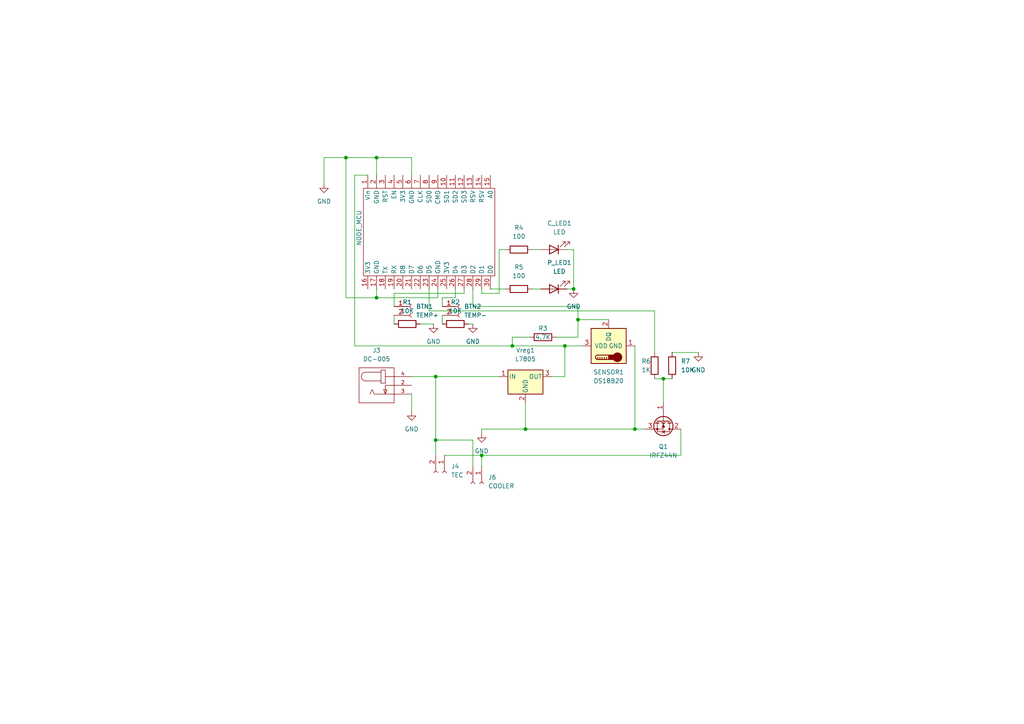
<source format=kicad_sch>
(kicad_sch (version 20211123) (generator eeschema)
  (paper "A4")
  (title_block (title "NodeMCU Thermal Control") (date "2022-03-19") (rev "1.0") (company "FeapTech"))
  (lib_symbols
    (symbol "Connector:Conn_01x02_Female" (pin_names (offset 1.016) hide)
      (property "Reference" "J" (at 0 2.54 0))
      (property "Value" "Conn_01x02_Female" (at 0 -5.08 0))
      (symbol "Conn_01x02_Female_1_1"
        (arc (start 0 -2.032) (mid -0.508 -2.54) (end 0 -3.048) (stroke (width 0.1524)))
        (polyline (pts (xy -1.27 -2.54) (xy -0.508 -2.54)) (stroke (width 0.1524)))
        (polyline (pts (xy -1.27 0) (xy -0.508 0)) (stroke (width 0.1524)))
        (arc (start 0 0.508) (mid -0.508 0) (end 0 -0.508) (stroke (width 0.1524)))
        (pin passive line (at -5.08 0 0) (length 3.81) (name "Pin_1") (number "1"))
        (pin passive line (at -5.08 -2.54 0) (length 3.81) (name "Pin_2") (number "2"))
      )
    )
    (symbol "DC-005:DC-005" (pin_names (offset 1.016) hide)
      (property "Reference" "J" (at -5.1054 5.588 0))
      (property "Value" "DC-005" (at -5.1054 -7.6454 0))
      (symbol "DC-005_0_0"
        (arc (start -3.175 3.81) (mid -4.445 2.54) (end -3.175 1.27) (stroke (width 0.1524)))
        (polyline (pts (xy -5.08 -5.08) (xy -5.08 5.08)) (stroke (width 0.1524)))
        (polyline (pts (xy -5.08 5.08) (xy 5.08 5.08)) (stroke (width 0.1524)))
        (polyline (pts (xy -3.175 3.81) (xy 1.27 3.81)) (stroke (width 0.1524)))
        (polyline (pts (xy -1.27 -1.27) (xy -1.905 -2.54)) (stroke (width 0.1524)))
        (polyline (pts (xy -0.635 -2.54) (xy -1.27 -1.27)) (stroke (width 0.1524)))
        (polyline (pts (xy 1.27 0.635) (xy 2.54 0.635)) (stroke (width 0.1524)))
        (polyline (pts (xy 1.27 1.27) (xy -3.175 1.27)) (stroke (width 0.1524)))
        (polyline (pts (xy 1.27 1.27) (xy 1.27 0.635)) (stroke (width 0.1524)))
        (polyline (pts (xy 1.27 3.81) (xy 1.27 1.27)) (stroke (width 0.1524)))
        (polyline (pts (xy 1.27 4.445) (xy 1.27 3.81)) (stroke (width 0.1524)))
        (polyline (pts (xy 2.54 -2.54) (xy -0.635 -2.54)) (stroke (width 0.1524)))
        (polyline (pts (xy 2.54 -2.54) (xy 5.08 -2.54)) (stroke (width 0.1524)))
        (polyline (pts (xy 2.54 0) (xy 2.54 -2.54)) (stroke (width 0.1524)))
        (polyline (pts (xy 2.54 0) (xy 5.08 0)) (stroke (width 0.1524)))
        (polyline (pts (xy 2.54 0.635) (xy 2.54 2.54)) (stroke (width 0.1524)))
        (polyline (pts (xy 2.54 2.54) (xy 2.54 4.445)) (stroke (width 0.1524)))
        (polyline (pts (xy 2.54 2.54) (xy 5.08 2.54)) (stroke (width 0.1524)))
        (polyline (pts (xy 2.54 4.445) (xy 1.27 4.445)) (stroke (width 0.1524)))
        (polyline (pts (xy 5.08 -5.08) (xy -5.08 -5.08)) (stroke (width 0.1524)))
        (polyline (pts (xy 5.08 -2.54) (xy 5.08 -5.08)) (stroke (width 0.1524)))
        (polyline (pts (xy 5.08 0) (xy 5.08 -2.54)) (stroke (width 0.1524)))
        (polyline (pts (xy 5.08 2.54) (xy 5.08 0)) (stroke (width 0.1524)))
        (polyline (pts (xy 5.08 5.08) (xy 5.08 2.54)) (stroke (width 0.1524)))
        (polyline (pts (xy 2.54 -2.54) (xy 2.032 -1.27) (xy 3.048 -1.27) (xy 2.54 -2.54)) (stroke (width 0.1524)) (fill (type background)))
        (pin passive line (at 10.16 0 180) (length 5.08) (name "~") (number "2"))
        (pin passive line (at 10.16 -2.54 180) (length 5.08) (name "~") (number "3"))
        (pin passive line (at 10.16 2.54 180) (length 5.08) (name "~") (number "4"))
      )
    )
    (symbol "Device:LED" (pin_numbers hide) (pin_names (offset 1.016) hide)
      (property "Reference" "D" (at 0 2.54 0))
      (property "Value" "LED" (at 0 -2.54 0))
      (symbol "LED_0_1"
        (polyline (pts (xy -1.27 -1.27) (xy -1.27 1.27)) (stroke (width 0.254)))
        (polyline (pts (xy -1.27 0) (xy 1.27 0)))
        (polyline (pts (xy 1.27 -1.27) (xy 1.27 1.27) (xy -1.27 0) (xy 1.27 -1.27)) (stroke (width 0.254)))
        (polyline (pts (xy -3.048 -0.762) (xy -4.572 -2.286) (xy -3.81 -2.286) (xy -4.572 -2.286) (xy -4.572 -1.524)))
        (polyline (pts (xy -1.778 -0.762) (xy -3.302 -2.286) (xy -2.54 -2.286) (xy -3.302 -2.286) (xy -3.302 -1.524)))
      )
      (symbol "LED_1_1"
        (pin passive line (at -3.81 0 0) (length 2.54) (name "K") (number "1"))
        (pin passive line (at 3.81 0 180) (length 2.54) (name "A") (number "2"))
      )
    )
    (symbol "Device:R" (pin_numbers hide) (pin_names (offset 0))
      (property "Reference" "R" (at 2.032 0 90))
      (property "Value" "R" (at 0 0 90))
      (symbol "R_0_1"
        (rectangle (start -1.016 -2.54) (end 1.016 2.54) (stroke (width 0.254)))
      )
      (symbol "R_1_1"
        (pin passive line (at 0 3.81 270) (length 1.27) (name "~") (number "1"))
        (pin passive line (at 0 -3.81 90) (length 1.27) (name "~") (number "2"))
      )
    )
    (symbol "Regulator_Linear:L7805" (pin_names (offset 0.254))
      (property "Reference" "U" (at -3.81 3.175 0))
      (property "Value" "L7805" (at 0 3.175 0))
      (symbol "L7805_0_1"
        (rectangle (start -5.08 1.905) (end 5.08 -5.08) (stroke (width 0.254)) (fill (type background)))
      )
      (symbol "L7805_1_1"
        (pin power_in line (at -7.62 0 0) (length 2.54) (name "IN") (number "1"))
        (pin power_in line (at 0 -7.62 90) (length 2.54) (name "GND") (number "2"))
        (pin power_out line (at 7.62 0 180) (length 2.54) (name "OUT") (number "3"))
      )
    )
    (symbol "Sensor_Temperature:DS18B20" (pin_names (offset 1.016))
      (property "Reference" "U" (at -3.81 6.35 0))
      (property "Value" "DS18B20" (at 6.35 6.35 0))
      (symbol "DS18B20_0_1"
        (rectangle (start -5.08 5.08) (end 5.08 -5.08) (stroke (width 0.254)) (fill (type background)))
        (circle (center -3.302 -2.54) (radius 1.27) (stroke (width 0.254)) (fill (type outline)))
        (rectangle (start -2.667 -1.905) (end -3.937 0) (stroke (width 0.254)) (fill (type outline)))
        (arc (start -2.667 3.175) (mid -3.302 3.81) (end -3.937 3.175) (stroke (width 0.254)))
        (polyline (pts (xy -3.937 0.635) (xy -3.302 0.635)) (stroke (width 0.254)))
        (polyline (pts (xy -3.937 1.27) (xy -3.302 1.27)) (stroke (width 0.254)))
        (polyline (pts (xy -3.937 1.905) (xy -3.302 1.905)) (stroke (width 0.254)))
        (polyline (pts (xy -3.937 2.54) (xy -3.302 2.54)) (stroke (width 0.254)))
        (polyline (pts (xy -3.937 3.175) (xy -3.937 0)) (stroke (width 0.254)))
        (polyline (pts (xy -3.937 3.175) (xy -3.302 3.175)) (stroke (width 0.254)))
        (polyline (pts (xy -2.667 3.175) (xy -2.667 0)) (stroke (width 0.254)))
      )
      (symbol "DS18B20_1_1"
        (pin power_in line (at 0 -7.62 90) (length 2.54) (name "GND") (number "1"))
        (pin bidirectional line (at 7.62 0 180) (length 2.54) (name "DQ") (number "2"))
        (pin power_in line (at 0 7.62 270) (length 2.54) (name "VDD") (number "3"))
      )
    )
    (symbol "Transistor_FET:IRF540N" (pin_names hide)
      (property "Reference" "Q" (at 6.35 1.905 0))
      (property "Value" "IRF540N" (at 6.35 0 0))
      (symbol "IRF540N_0_1"
        (polyline (pts (xy 0.254 0) (xy -2.54 0)))
        (polyline (pts (xy 0.254 1.905) (xy 0.254 -1.905)) (stroke (width 0.254)))
        (polyline (pts (xy 0.762 -1.27) (xy 0.762 -2.286)) (stroke (width 0.254)))
        (polyline (pts (xy 0.762 0.508) (xy 0.762 -0.508)) (stroke (width 0.254)))
        (polyline (pts (xy 0.762 2.286) (xy 0.762 1.27)) (stroke (width 0.254)))
        (polyline (pts (xy 2.54 2.54) (xy 2.54 1.778)))
        (polyline (pts (xy 2.54 -2.54) (xy 2.54 0) (xy 0.762 0)))
        (polyline (pts (xy 0.762 -1.778) (xy 3.302 -1.778) (xy 3.302 1.778) (xy 0.762 1.778)))
        (polyline (pts (xy 1.016 0) (xy 2.032 0.381) (xy 2.032 -0.381) (xy 1.016 0)) (fill (type outline)))
        (polyline (pts (xy 2.794 0.508) (xy 2.921 0.381) (xy 3.683 0.381) (xy 3.81 0.254)))
        (polyline (pts (xy 3.302 0.381) (xy 2.921 -0.254) (xy 3.683 -0.254) (xy 3.302 0.381)))
        (circle (center 1.651 0) (radius 2.794) (stroke (width 0.254)))
        (circle (center 2.54 -1.778) (radius 0.254) (fill (type outline)))
        (circle (center 2.54 1.778) (radius 0.254) (fill (type outline)))
      )
      (symbol "IRF540N_1_1"
        (pin input line (at -5.08 0 0) (length 2.54) (name "G") (number "1"))
        (pin passive line (at 2.54 5.08 270) (length 2.54) (name "D") (number "2"))
        (pin passive line (at 2.54 -5.08 90) (length 2.54) (name "S") (number "3"))
      )
    )
    (symbol "node_mcu:NODE_MCU"
      (property "Reference" "U" (at 0 2.54 0))
      (property "Value" "NODE_MCU" (at 0 0 0))
      (symbol "NODE_MCU_0_1"
        (rectangle (start -12.7 -2.54) (end 12.7 -40.64))
        (rectangle (start 8.89 -5.08) (end 8.89 -5.08))
      )
      (symbol "NODE_MCU_1_1"
        (pin bidirectional line (at 16.51 -3.81 180) (length 3.81) (name "Vin") (number "1"))
        (pin bidirectional line (at 16.51 -26.67 180) (length 3.81) (name "SD1") (number "10"))
        (pin bidirectional line (at 16.51 -29.21 180) (length 3.81) (name "SD2") (number "11"))
        (pin bidirectional line (at 16.51 -31.75 180) (length 3.81) (name "SD3") (number "12"))
        (pin bidirectional line (at 16.51 -34.29 180) (length 3.81) (name "RSV") (number "13"))
        (pin bidirectional line (at 16.51 -36.83 180) (length 3.81) (name "RSV") (number "14"))
        (pin bidirectional line (at 16.51 -39.37 180) (length 3.81) (name "A0") (number "15"))
        (pin bidirectional line (at -16.51 -3.81 0) (length 3.81) (name "3V3") (number "16"))
        (pin bidirectional line (at -16.51 -6.35 0) (length 3.81) (name "GND") (number "17"))
        (pin bidirectional line (at -16.51 -8.89 0) (length 3.81) (name "TX") (number "18"))
        (pin bidirectional line (at -16.51 -11.43 0) (length 3.81) (name "RX") (number "19"))
        (pin bidirectional line (at 16.51 -6.35 180) (length 3.81) (name "GND") (number "2"))
        (pin bidirectional line (at -16.51 -13.97 0) (length 3.81) (name "D8") (number "20"))
        (pin bidirectional line (at -16.51 -16.51 0) (length 3.81) (name "D7") (number "21"))
        (pin bidirectional line (at -16.51 -19.05 0) (length 3.81) (name "D6") (number "22"))
        (pin bidirectional line (at -16.51 -21.59 0) (length 3.81) (name "D5") (number "23"))
        (pin bidirectional line (at -16.51 -24.13 0) (length 3.81) (name "GND") (number "24"))
        (pin bidirectional line (at -16.51 -26.67 0) (length 3.81) (name "3V3") (number "25"))
        (pin bidirectional line (at -16.51 -29.21 0) (length 3.81) (name "D4") (number "26"))
        (pin bidirectional line (at -16.51 -31.75 0) (length 3.81) (name "D3") (number "27"))
        (pin bidirectional line (at -16.51 -34.29 0) (length 3.81) (name "D2") (number "28"))
        (pin bidirectional line (at -16.51 -36.83 0) (length 3.81) (name "D1") (number "29"))
        (pin bidirectional line (at 16.51 -8.89 180) (length 3.81) (name "RST") (number "3"))
        (pin bidirectional line (at -16.51 -39.37 0) (length 3.81) (name "D0") (number "30"))
        (pin bidirectional line (at 16.51 -11.43 180) (length 3.81) (name "EN") (number "4"))
        (pin bidirectional line (at 16.51 -13.97 180) (length 3.81) (name "3V3") (number "5"))
        (pin bidirectional line (at 16.51 -16.51 180) (length 3.81) (name "GND") (number "6"))
        (pin bidirectional line (at 16.51 -19.05 180) (length 3.81) (name "CLK") (number "7"))
        (pin bidirectional line (at 16.51 -21.59 180) (length 3.81) (name "SD0") (number "8"))
        (pin bidirectional line (at 16.51 -24.13 180) (length 3.81) (name "CMD") (number "9"))
      )
    )
    (symbol "power:GND" (power) (pin_names (offset 0))
      (property "Value" "GND" (at 0 -3.81 0))
      (symbol "GND_0_1"
        (polyline (pts (xy 0 0) (xy 0 -1.27) (xy 1.27 -1.27) (xy 0 -2.54) (xy -1.27 -1.27) (xy 0 -1.27)))
      )
      (symbol "GND_1_1"
        (pin power_in line (at 0 0 270) (length 0) hide (name "GND") (number "1"))
      )
    )
  )
  (junction (at 109.22 45.72))
  (junction (at 163.83 100.33))
  (junction (at 192.405 109.855))
  (junction (at 166.37 83.82))
  (junction (at 152.4 124.46))
  (junction (at 148.59 100.33))
  (junction (at 109.22 86.36))
  (junction (at 139.7 132.08))
  (junction (at 184.15 124.46))
  (junction (at 126.365 109.22))
  (junction (at 167.64 92.71))
  (junction (at 100.33 45.72))
  (junction (at 126.365 127.635))
  (wire (pts (xy 135.89 93.98) (xy 137.16 93.98)))
  (wire (pts (xy 167.64 97.79) (xy 167.64 92.71)))
  (wire (pts (xy 160.02 109.22) (xy 163.83 109.22)))
  (wire (pts (xy 197.485 132.08) (xy 197.485 124.46)))
  (wire (pts (xy 152.4 124.46) (xy 184.15 124.46)))
  (wire (pts (xy 192.405 109.855) (xy 194.945 109.855)))
  (wire (pts (xy 102.87 50.8) (xy 102.87 100.33)))
  (wire (pts (xy 161.29 97.79) (xy 167.64 97.79)))
  (wire (pts (xy 109.22 86.36) (xy 100.33 86.36)))
  (wire (pts (xy 109.22 83.82) (xy 109.22 86.36)))
  (wire (pts (xy 114.3 91.44) (xy 114.3 93.98)))
  (wire (pts (xy 126.365 109.22) (xy 144.78 109.22)))
  (wire (pts (xy 121.92 93.98) (xy 125.73 93.98)))
  (wire (pts (xy 124.46 83.82) (xy 124.46 90.17)))
  (wire (pts (xy 139.7 132.08) (xy 197.485 132.08)))
  (wire (pts (xy 148.59 100.33) (xy 163.83 100.33)))
  (wire (pts (xy 109.22 45.72) (xy 109.22 50.8)))
  (wire (pts (xy 100.33 86.36) (xy 100.33 45.72)))
  (wire (pts (xy 184.15 124.46) (xy 187.325 124.46)))
  (wire (pts (xy 192.405 109.855) (xy 192.405 116.84)))
  (wire (pts (xy 100.33 45.72) (xy 93.98 45.72)))
  (wire (pts (xy 93.98 45.72) (xy 93.98 53.34)))
  (wire (pts (xy 128.27 88.9) (xy 128.27 86.36)))
  (wire (pts (xy 119.38 109.22) (xy 126.365 109.22)))
  (wire (pts (xy 144.78 72.39) (xy 144.78 85.09)))
  (wire (pts (xy 134.62 85.09) (xy 134.62 83.82)))
  (wire (pts (xy 148.59 97.79) (xy 153.67 97.79)))
  (wire (pts (xy 189.865 90.17) (xy 189.865 102.235)))
  (wire (pts (xy 137.16 135.255) (xy 137.16 127.635)))
  (wire (pts (xy 128.905 132.08) (xy 139.7 132.08)))
  (wire (pts (xy 139.7 132.08) (xy 139.7 135.255)))
  (wire (pts (xy 152.4 124.46) (xy 139.7 124.46)))
  (wire (pts (xy 139.7 124.46) (xy 139.7 125.73)))
  (wire (pts (xy 128.27 91.44) (xy 128.27 93.98)))
  (wire (pts (xy 194.945 102.235) (xy 202.565 102.235)))
  (wire (pts (xy 102.87 100.33) (xy 148.59 100.33)))
  (wire (pts (xy 164.465 72.39) (xy 166.37 72.39)))
  (wire (pts (xy 132.08 86.36) (xy 132.08 83.82)))
  (wire (pts (xy 164.465 83.82) (xy 166.37 83.82)))
  (wire (pts (xy 114.3 85.09) (xy 134.62 85.09)))
  (wire (pts (xy 152.4 116.84) (xy 152.4 124.46)))
  (wire (pts (xy 127 83.82) (xy 127 86.36)))
  (wire (pts (xy 166.37 72.39) (xy 166.37 83.82)))
  (wire (pts (xy 126.365 109.22) (xy 126.365 127.635)))
  (wire (pts (xy 144.78 85.09) (xy 139.7 85.09)))
  (wire (pts (xy 119.38 50.8) (xy 119.38 45.72)))
  (wire (pts (xy 139.7 85.09) (xy 139.7 83.82)))
  (wire (pts (xy 167.64 92.71) (xy 176.53 92.71)))
  (wire (pts (xy 109.22 45.72) (xy 100.33 45.72)))
  (wire (pts (xy 144.78 72.39) (xy 146.685 72.39)))
  (wire (pts (xy 137.16 88.9) (xy 167.64 88.9)))
  (wire (pts (xy 142.24 83.82) (xy 146.685 83.82)))
  (wire (pts (xy 167.64 88.9) (xy 167.64 92.71)))
  (wire (pts (xy 106.68 50.8) (xy 102.87 50.8)))
  (wire (pts (xy 189.865 109.855) (xy 192.405 109.855)))
  (wire (pts (xy 119.38 45.72) (xy 109.22 45.72)))
  (wire (pts (xy 128.27 86.36) (xy 132.08 86.36)))
  (wire (pts (xy 163.83 100.33) (xy 168.91 100.33)))
  (wire (pts (xy 137.16 83.82) (xy 137.16 88.9)))
  (wire (pts (xy 124.46 90.17) (xy 189.865 90.17)))
  (wire (pts (xy 114.3 88.9) (xy 114.3 85.09)))
  (wire (pts (xy 163.83 100.33) (xy 163.83 109.22)))
  (wire (pts (xy 127 86.36) (xy 109.22 86.36)))
  (wire (pts (xy 184.15 100.33) (xy 184.15 124.46)))
  (wire (pts (xy 119.38 114.3) (xy 119.38 119.38)))
  (wire (pts (xy 154.305 72.39) (xy 156.845 72.39)))
  (wire (pts (xy 154.305 83.82) (xy 156.845 83.82)))
  (wire (pts (xy 148.59 97.79) (xy 148.59 100.33)))
  (wire (pts (xy 126.365 127.635) (xy 126.365 132.08)))
  (wire (pts (xy 137.16 127.635) (xy 126.365 127.635)))
  (symbol (lib_id "power:GND") (at 125.73 93.98 0) (unit 1)
    (property "Reference" "#PWR03" (effects hide))
    (property "Value" "GND" (at 125.73 99.06 0))
  )
  (symbol (lib_id "power:GND") (at 93.98 53.34 0) (unit 1)
    (property "Reference" "#PWR01" (effects hide))
    (property "Value" "GND" (at 93.98 58.42 0))
  )
  (symbol (lib_id "power:GND") (at 119.38 119.38 0) (unit 1)
    (property "Reference" "#PWR02" (effects hide))
    (property "Value" "GND" (at 119.38 124.46 0))
  )
  (symbol (lib_id "Device:R") (at 157.48 97.79 270) (unit 1)
    (property "Reference" "R3" (at 157.48 95.25 90))
    (property "Value" "4.7K" (at 157.48 97.79 90))
    (property "Footprint" "Resistor_THT:R_Axial_DIN0207_L6.3mm_D2.5mm_P7.62mm_Horizontal" (effects hide))
  )
  (symbol (lib_id "power:GND") (at 137.16 93.98 0) (unit 1)
    (property "Reference" "#PWR04" (effects hide))
    (property "Value" "GND" (at 137.16 99.06 0))
  )
  (symbol (lib_id "Device:R") (at 150.495 72.39 90) (unit 1)
    (property "Reference" "R4" (at 150.495 66.04 90))
    (property "Value" "100" (at 150.495 68.58 90))
    (property "Footprint" "Resistor_THT:R_Axial_DIN0207_L6.3mm_D2.5mm_P7.62mm_Horizontal" (effects hide))
  )
  (symbol (lib_id "Device:LED") (at 160.655 83.82 180) (unit 1)
    (property "Reference" "P_LED1" (at 162.2425 76.2 0))
    (property "Value" "LED" (at 162.2425 78.74 0))
    (property "Footprint" "LED_THT:LED_D5.0mm" (effects hide))
  )
  (symbol (lib_id "Connector:Conn_01x02_Female") (at 139.7 140.335 270) (unit 1)
    (property "Reference" "J6" (at 141.605 138.4299 90) (effects (justify left)))
    (property "Value" "COOLER" (at 141.605 140.9699 90) (effects (justify left)))
    (property "Footprint" "Connector_Wire:SolderWire-0.5sqmm_1x02_P4.8mm_D0.9mm_OD2.3mm" (effects hide))
  )
  (symbol (lib_id "Device:R") (at 150.495 83.82 90) (unit 1)
    (property "Reference" "R5" (at 150.495 77.47 90))
    (property "Value" "100" (at 150.495 80.01 90))
    (property "Footprint" "Resistor_THT:R_Axial_DIN0207_L6.3mm_D2.5mm_P7.62mm_Horizontal" (effects hide))
  )
  (symbol (lib_id "DC-005:DC-005") (at 109.22 111.76 0) (unit 1)
    (property "Reference" "J3" (at 109.22 101.6 0))
    (property "Value" "DC-005" (at 109.22 104.14 0))
    (property "Footprint" "Connector:DC-005" (effects hide))
    (property "MP" "DC-005" (effects hide))
    (property "PACKAGE" "None" (effects hide))
    (property "PRICE" "None" (effects hide))
    (property "MF" "Best Inc." (effects hide))
    (property "AVAILABILITY" "Unavailable" (effects hide))
    (property "DESCRIPTION" "Conn Dc Power Jack 2.1mm" (effects hide))
  )
  (symbol (lib_id "Connector:Conn_01x02_Female") (at 119.38 88.9 0) (unit 1)
    (property "Reference" "BTN1" (at 120.65 88.8999 0) (effects (justify left)))
    (property "Value" "TEMP+" (at 120.65 91.4399 0) (effects (justify left)))
    (property "Footprint" "Connector_PinSocket_2.54mm:PinSocket_1x02_P2.54mm_Vertical" (effects hide))
  )
  (symbol (lib_id "node_mcu:NODE_MCU") (at 102.87 67.31 90) (unit 1)
    (property "Reference" "U1" (effects hide))
    (property "Value" "NODE_MCU" (at 104.14 60.96 0) (effects (justify right)))
    (property "Footprint" "Connector:node_mcu_socket" (effects hide))
  )
  (symbol (lib_id "power:GND") (at 139.7 125.73 0) (unit 1)
    (property "Reference" "#PWR05" (effects hide))
    (property "Value" "GND" (at 139.7 130.81 0))
  )
  (symbol (lib_id "Device:R") (at 194.945 106.045 180) (unit 1)
    (property "Reference" "R7" (at 197.485 104.7749 0) (effects (justify right)))
    (property "Value" "10K" (at 197.485 107.3149 0) (effects (justify right)))
    (property "Footprint" "Resistor_THT:R_Axial_DIN0207_L6.3mm_D2.5mm_P7.62mm_Horizontal" (effects hide))
  )
  (symbol (lib_id "Sensor_Temperature:DS18B20") (at 176.53 100.33 90) (unit 1)
    (property "Reference" "SENSOR1" (at 176.53 107.95 90))
    (property "Value" "DS18B20" (at 176.53 110.49 90))
    (property "Footprint" "Package_TO_SOT_THT:TO-92_Wide" (effects hide))
    (property "Datasheet" "http://datasheets.maximintegrated.com/en/ds/DS18B20.pdf" (effects hide))
  )
  (symbol (lib_id "Connector:Conn_01x02_Female") (at 133.35 88.9 0) (unit 1)
    (property "Reference" "BTN2" (at 134.62 88.8999 0) (effects (justify left)))
    (property "Value" "TEMP-" (at 134.62 91.4399 0) (effects (justify left)))
    (property "Footprint" "Connector_PinSocket_2.54mm:PinSocket_1x02_P2.54mm_Vertical" (effects hide))
  )
  (symbol (lib_id "power:GND") (at 166.37 83.82 0) (unit 1)
    (property "Reference" "#PWR06" (effects hide))
    (property "Value" "GND" (at 166.37 88.9 0))
  )
  (symbol (lib_id "Transistor_FET:IRF540N") (at 192.405 121.92 270) (unit 1)
    (property "Reference" "Q1" (at 192.405 129.54 90))
    (property "Value" "IRFZ44N" (at 192.405 132.08 90))
    (property "Footprint" "Package_TO_SOT_THT:TO-220-3_Vertical" (effects hide))
    (property "Datasheet" "http://www.irf.com/product-info/datasheets/data/irf540n.pdf" (effects hide))
  )
  (symbol (lib_id "Device:R") (at 189.865 106.045 180) (unit 1)
    (property "Reference" "R6" (at 186.055 104.775 0) (effects (justify right)))
    (property "Value" "1K" (at 186.055 107.315 0) (effects (justify right)))
    (property "Footprint" "Resistor_THT:R_Axial_DIN0207_L6.3mm_D2.5mm_P7.62mm_Horizontal" (effects hide))
  )
  (symbol (lib_id "Device:LED") (at 160.655 72.39 180) (unit 1)
    (property "Reference" "C_LED1" (at 162.2425 64.77 0))
    (property "Value" "LED" (at 162.2425 67.31 0))
    (property "Footprint" "LED_THT:LED_D5.0mm" (effects hide))
  )
  (symbol (lib_id "Regulator_Linear:L7805") (at 152.4 109.22 0) (unit 1)
    (property "Reference" "Vreg1" (at 152.4 101.6 0))
    (property "Value" "L7805" (at 152.4 104.14 0))
    (property "Footprint" "Package_TO_SOT_THT:TO-220-3_Vertical" (effects hide))
    (property "Datasheet" "http://www.st.com/content/ccc/resource/technical/document/datasheet/41/4f/b3/b0/12/d4/47/88/CD00000444.pdf/files/CD00000444.pdf/jcr:content/translations/en.CD00000444.pdf" (effects hide))
  )
  (symbol (lib_id "Connector:Conn_01x02_Female") (at 128.905 137.16 270) (unit 1)
    (property "Reference" "J4" (at 130.81 135.2549 90) (effects (justify left)))
    (property "Value" "TEC" (at 130.81 137.7949 90) (effects (justify left)))
    (property "Footprint" "Connector_Wire:SolderWire-0.5sqmm_1x02_P4.8mm_D0.9mm_OD2.3mm" (effects hide))
  )
  (symbol (lib_id "Device:R") (at 118.11 93.98 90) (unit 1)
    (property "Reference" "R1" (at 118.11 87.63 90))
    (property "Value" "10K" (at 118.11 90.17 90))
    (property "Footprint" "Resistor_THT:R_Axial_DIN0207_L6.3mm_D2.5mm_P7.62mm_Horizontal" (effects hide))
  )
  (symbol (lib_id "Device:R") (at 132.08 93.98 90) (unit 1)
    (property "Reference" "R2" (at 132.08 87.63 90))
    (property "Value" "10K" (at 132.08 90.17 90))
    (property "Footprint" "Resistor_THT:R_Axial_DIN0207_L6.3mm_D2.5mm_P7.62mm_Horizontal" (effects hide))
  )
  (symbol (lib_id "power:GND") (at 202.565 102.235 0) (unit 1)
    (property "Reference" "#PWR07" (effects hide))
    (property "Value" "GND" (at 202.565 107.315 0))
  )
)
</source>
